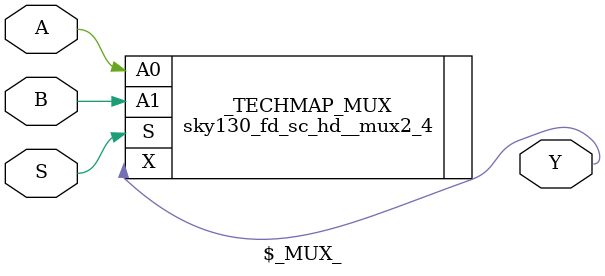
<source format=v>
module \$_MUX_ (
    output Y,
    input A,
    input B,
    input S
    );
  sky130_fd_sc_hd__mux2_4 _TECHMAP_MUX (
      .X(Y),
      .A0(A),
      .A1(B),
      .S(S)
  );
endmodule
</source>
